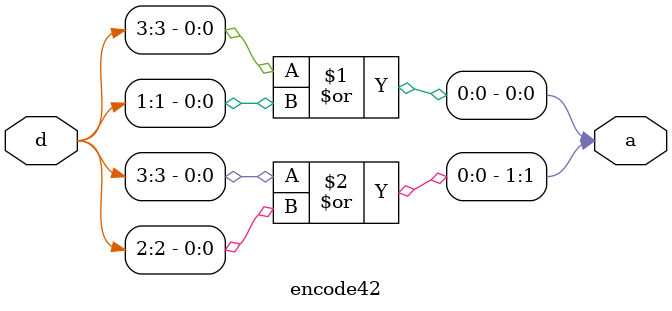
<source format=v>
`timescale 1ns / 1ps
module encode42(a,d
    );
input [3:0]d;
output [1:0]a;
//assign a[0] = ((d[3])|(d[1])),
	//	 a[1] = ((d[3])|(d[2]));
or(a[0],d[3],d[1]);
or(a[1],d[3],d[2]);
endmodule

</source>
